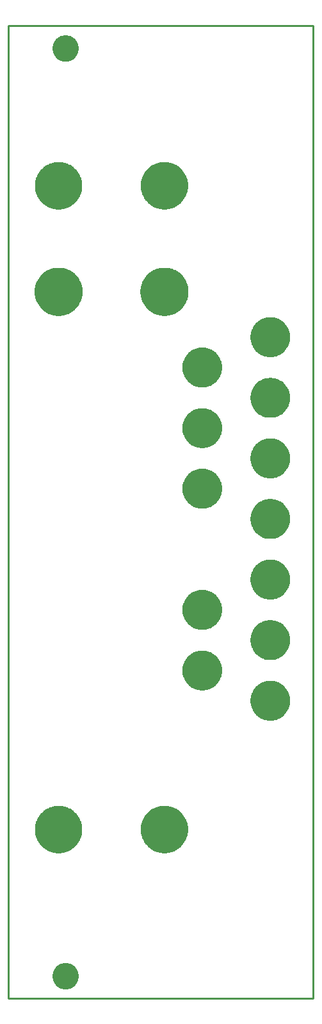
<source format=gbr>
G04 EAGLE Gerber RS-274X export*
G75*
%MOMM*%
%FSLAX34Y34*%
%LPD*%
%IN*%
%IPPOS*%
%AMOC8*
5,1,8,0,0,1.08239X$1,22.5*%
G01*
%ADD10C,3.200000*%
%ADD11C,6.000000*%
%ADD12C,6.100000*%
%ADD13C,5.000000*%
%ADD14C,0.254000*%


D10*
X75000Y1255000D03*
X75000Y30000D03*
D11*
X65683Y223772D03*
X205683Y223772D03*
X65683Y1073772D03*
X205683Y1073772D03*
D12*
X65683Y933772D03*
X205683Y933772D03*
D13*
X345683Y873772D03*
X255683Y833772D03*
X345683Y793772D03*
X255683Y753772D03*
X345683Y713772D03*
X255683Y673772D03*
X345683Y633772D03*
X345683Y553772D03*
X255683Y513772D03*
X345683Y473772D03*
X255683Y433772D03*
X345683Y393772D03*
D14*
X0Y0D02*
X403000Y0D01*
X403000Y1285000D01*
X0Y1285000D01*
X0Y0D01*
X91000Y1254476D02*
X91000Y1255524D01*
X90932Y1256569D01*
X90795Y1257608D01*
X90590Y1258635D01*
X90319Y1259647D01*
X89983Y1260639D01*
X89582Y1261607D01*
X89118Y1262546D01*
X88595Y1263454D01*
X88013Y1264325D01*
X87375Y1265156D01*
X86684Y1265943D01*
X85943Y1266684D01*
X85156Y1267375D01*
X84325Y1268013D01*
X83454Y1268595D01*
X82546Y1269118D01*
X81607Y1269582D01*
X80639Y1269983D01*
X79647Y1270319D01*
X78635Y1270590D01*
X77608Y1270795D01*
X76569Y1270932D01*
X75524Y1271000D01*
X74476Y1271000D01*
X73431Y1270932D01*
X72392Y1270795D01*
X71365Y1270590D01*
X70353Y1270319D01*
X69361Y1269983D01*
X68393Y1269582D01*
X67454Y1269118D01*
X66546Y1268595D01*
X65675Y1268013D01*
X64844Y1267375D01*
X64057Y1266684D01*
X63316Y1265943D01*
X62625Y1265156D01*
X61988Y1264325D01*
X61406Y1263454D01*
X60882Y1262546D01*
X60418Y1261607D01*
X60017Y1260639D01*
X59681Y1259647D01*
X59410Y1258635D01*
X59205Y1257608D01*
X59069Y1256569D01*
X59000Y1255524D01*
X59000Y1254476D01*
X59069Y1253431D01*
X59205Y1252392D01*
X59410Y1251365D01*
X59681Y1250353D01*
X60017Y1249361D01*
X60418Y1248393D01*
X60882Y1247454D01*
X61406Y1246546D01*
X61988Y1245675D01*
X62625Y1244844D01*
X63316Y1244057D01*
X64057Y1243316D01*
X64844Y1242625D01*
X65675Y1241988D01*
X66546Y1241406D01*
X67454Y1240882D01*
X68393Y1240418D01*
X69361Y1240017D01*
X70353Y1239681D01*
X71365Y1239410D01*
X72392Y1239205D01*
X73431Y1239069D01*
X74476Y1239000D01*
X75524Y1239000D01*
X76569Y1239069D01*
X77608Y1239205D01*
X78635Y1239410D01*
X79647Y1239681D01*
X80639Y1240017D01*
X81607Y1240418D01*
X82546Y1240882D01*
X83454Y1241406D01*
X84325Y1241988D01*
X85156Y1242625D01*
X85943Y1243316D01*
X86684Y1244057D01*
X87375Y1244844D01*
X88013Y1245675D01*
X88595Y1246546D01*
X89118Y1247454D01*
X89582Y1248393D01*
X89983Y1249361D01*
X90319Y1250353D01*
X90590Y1251365D01*
X90795Y1252392D01*
X90932Y1253431D01*
X91000Y1254476D01*
X91000Y29476D02*
X91000Y30524D01*
X90932Y31569D01*
X90795Y32608D01*
X90590Y33635D01*
X90319Y34647D01*
X89983Y35639D01*
X89582Y36607D01*
X89118Y37546D01*
X88595Y38454D01*
X88013Y39325D01*
X87375Y40156D01*
X86684Y40943D01*
X85943Y41684D01*
X85156Y42375D01*
X84325Y43013D01*
X83454Y43595D01*
X82546Y44118D01*
X81607Y44582D01*
X80639Y44983D01*
X79647Y45319D01*
X78635Y45590D01*
X77608Y45795D01*
X76569Y45932D01*
X75524Y46000D01*
X74476Y46000D01*
X73431Y45932D01*
X72392Y45795D01*
X71365Y45590D01*
X70353Y45319D01*
X69361Y44983D01*
X68393Y44582D01*
X67454Y44118D01*
X66546Y43595D01*
X65675Y43013D01*
X64844Y42375D01*
X64057Y41684D01*
X63316Y40943D01*
X62625Y40156D01*
X61988Y39325D01*
X61406Y38454D01*
X60882Y37546D01*
X60418Y36607D01*
X60017Y35639D01*
X59681Y34647D01*
X59410Y33635D01*
X59205Y32608D01*
X59069Y31569D01*
X59000Y30524D01*
X59000Y29476D01*
X59069Y28431D01*
X59205Y27392D01*
X59410Y26365D01*
X59681Y25353D01*
X60017Y24361D01*
X60418Y23393D01*
X60882Y22454D01*
X61406Y21546D01*
X61988Y20675D01*
X62625Y19844D01*
X63316Y19057D01*
X64057Y18316D01*
X64844Y17625D01*
X65675Y16988D01*
X66546Y16406D01*
X67454Y15882D01*
X68393Y15418D01*
X69361Y15017D01*
X70353Y14681D01*
X71365Y14410D01*
X72392Y14205D01*
X73431Y14069D01*
X74476Y14000D01*
X75524Y14000D01*
X76569Y14069D01*
X77608Y14205D01*
X78635Y14410D01*
X79647Y14681D01*
X80639Y15017D01*
X81607Y15418D01*
X82546Y15882D01*
X83454Y16406D01*
X84325Y16988D01*
X85156Y17625D01*
X85943Y18316D01*
X86684Y19057D01*
X87375Y19844D01*
X88013Y20675D01*
X88595Y21546D01*
X89118Y22454D01*
X89582Y23393D01*
X89983Y24361D01*
X90319Y25353D01*
X90590Y26365D01*
X90795Y27392D01*
X90932Y28431D01*
X91000Y29476D01*
X95683Y223036D02*
X95683Y224509D01*
X95610Y225980D01*
X95466Y227446D01*
X95250Y228903D01*
X94962Y230347D01*
X94605Y231776D01*
X94177Y233185D01*
X93681Y234572D01*
X93117Y235933D01*
X92487Y237265D01*
X91793Y238564D01*
X91036Y239827D01*
X90217Y241052D01*
X89340Y242235D01*
X88406Y243373D01*
X87416Y244465D01*
X86375Y245506D01*
X85284Y246495D01*
X84145Y247430D01*
X82962Y248307D01*
X81737Y249125D01*
X80474Y249883D01*
X79175Y250577D01*
X77843Y251207D01*
X76483Y251770D01*
X75096Y252267D01*
X73686Y252694D01*
X72258Y253052D01*
X70813Y253339D01*
X69356Y253556D01*
X67890Y253700D01*
X66419Y253772D01*
X64946Y253772D01*
X63475Y253700D01*
X62009Y253556D01*
X60552Y253339D01*
X59107Y253052D01*
X57679Y252694D01*
X56269Y252267D01*
X54882Y251770D01*
X53522Y251207D01*
X52190Y250577D01*
X50891Y249883D01*
X49628Y249125D01*
X48403Y248307D01*
X47220Y247430D01*
X46081Y246495D01*
X44990Y245506D01*
X43949Y244465D01*
X42959Y243373D01*
X42025Y242235D01*
X41148Y241052D01*
X40329Y239827D01*
X39572Y238564D01*
X38878Y237265D01*
X38248Y235933D01*
X37684Y234572D01*
X37188Y233185D01*
X36761Y231776D01*
X36403Y230347D01*
X36115Y228903D01*
X35899Y227446D01*
X35755Y225980D01*
X35683Y224509D01*
X35683Y223036D01*
X35755Y221565D01*
X35899Y220099D01*
X36115Y218642D01*
X36403Y217197D01*
X36761Y215768D01*
X37188Y214359D01*
X37684Y212972D01*
X38248Y211611D01*
X38878Y210280D01*
X39572Y208981D01*
X40329Y207717D01*
X41148Y206493D01*
X42025Y205310D01*
X42959Y204171D01*
X43949Y203080D01*
X44990Y202038D01*
X46081Y201049D01*
X47220Y200115D01*
X48403Y199237D01*
X49628Y198419D01*
X50891Y197662D01*
X52190Y196967D01*
X53522Y196338D01*
X54882Y195774D01*
X56269Y195278D01*
X57679Y194850D01*
X59107Y194492D01*
X60552Y194205D01*
X62009Y193989D01*
X63475Y193844D01*
X64946Y193772D01*
X66419Y193772D01*
X67890Y193844D01*
X69356Y193989D01*
X70813Y194205D01*
X72258Y194492D01*
X73686Y194850D01*
X75096Y195278D01*
X76483Y195774D01*
X77843Y196338D01*
X79175Y196967D01*
X80474Y197662D01*
X81737Y198419D01*
X82962Y199237D01*
X84145Y200115D01*
X85284Y201049D01*
X86375Y202038D01*
X87416Y203080D01*
X88406Y204171D01*
X89340Y205310D01*
X90217Y206493D01*
X91036Y207717D01*
X91793Y208981D01*
X92487Y210280D01*
X93117Y211611D01*
X93681Y212972D01*
X94177Y214359D01*
X94605Y215768D01*
X94962Y217197D01*
X95250Y218642D01*
X95466Y220099D01*
X95610Y221565D01*
X95683Y223036D01*
X235683Y223036D02*
X235683Y224509D01*
X235610Y225980D01*
X235466Y227446D01*
X235250Y228903D01*
X234962Y230347D01*
X234605Y231776D01*
X234177Y233185D01*
X233681Y234572D01*
X233117Y235933D01*
X232487Y237265D01*
X231793Y238564D01*
X231036Y239827D01*
X230217Y241052D01*
X229340Y242235D01*
X228406Y243373D01*
X227416Y244465D01*
X226375Y245506D01*
X225284Y246495D01*
X224145Y247430D01*
X222962Y248307D01*
X221737Y249125D01*
X220474Y249883D01*
X219175Y250577D01*
X217843Y251207D01*
X216483Y251770D01*
X215096Y252267D01*
X213686Y252694D01*
X212258Y253052D01*
X210813Y253339D01*
X209356Y253556D01*
X207890Y253700D01*
X206419Y253772D01*
X204946Y253772D01*
X203475Y253700D01*
X202009Y253556D01*
X200552Y253339D01*
X199107Y253052D01*
X197679Y252694D01*
X196269Y252267D01*
X194882Y251770D01*
X193522Y251207D01*
X192190Y250577D01*
X190891Y249883D01*
X189628Y249125D01*
X188403Y248307D01*
X187220Y247430D01*
X186081Y246495D01*
X184990Y245506D01*
X183949Y244465D01*
X182959Y243373D01*
X182025Y242235D01*
X181148Y241052D01*
X180329Y239827D01*
X179572Y238564D01*
X178878Y237265D01*
X178248Y235933D01*
X177684Y234572D01*
X177188Y233185D01*
X176761Y231776D01*
X176403Y230347D01*
X176115Y228903D01*
X175899Y227446D01*
X175755Y225980D01*
X175683Y224509D01*
X175683Y223036D01*
X175755Y221565D01*
X175899Y220099D01*
X176115Y218642D01*
X176403Y217197D01*
X176761Y215768D01*
X177188Y214359D01*
X177684Y212972D01*
X178248Y211611D01*
X178878Y210280D01*
X179572Y208981D01*
X180329Y207717D01*
X181148Y206493D01*
X182025Y205310D01*
X182959Y204171D01*
X183949Y203080D01*
X184990Y202038D01*
X186081Y201049D01*
X187220Y200115D01*
X188403Y199237D01*
X189628Y198419D01*
X190891Y197662D01*
X192190Y196967D01*
X193522Y196338D01*
X194882Y195774D01*
X196269Y195278D01*
X197679Y194850D01*
X199107Y194492D01*
X200552Y194205D01*
X202009Y193989D01*
X203475Y193844D01*
X204946Y193772D01*
X206419Y193772D01*
X207890Y193844D01*
X209356Y193989D01*
X210813Y194205D01*
X212258Y194492D01*
X213686Y194850D01*
X215096Y195278D01*
X216483Y195774D01*
X217843Y196338D01*
X219175Y196967D01*
X220474Y197662D01*
X221737Y198419D01*
X222962Y199237D01*
X224145Y200115D01*
X225284Y201049D01*
X226375Y202038D01*
X227416Y203080D01*
X228406Y204171D01*
X229340Y205310D01*
X230217Y206493D01*
X231036Y207717D01*
X231793Y208981D01*
X232487Y210280D01*
X233117Y211611D01*
X233681Y212972D01*
X234177Y214359D01*
X234605Y215768D01*
X234962Y217197D01*
X235250Y218642D01*
X235466Y220099D01*
X235610Y221565D01*
X235683Y223036D01*
X95683Y1073036D02*
X95683Y1074509D01*
X95610Y1075980D01*
X95466Y1077446D01*
X95250Y1078903D01*
X94962Y1080347D01*
X94605Y1081776D01*
X94177Y1083185D01*
X93681Y1084572D01*
X93117Y1085933D01*
X92487Y1087265D01*
X91793Y1088564D01*
X91036Y1089827D01*
X90217Y1091052D01*
X89340Y1092235D01*
X88406Y1093373D01*
X87416Y1094465D01*
X86375Y1095506D01*
X85284Y1096495D01*
X84145Y1097430D01*
X82962Y1098307D01*
X81737Y1099125D01*
X80474Y1099883D01*
X79175Y1100577D01*
X77843Y1101207D01*
X76483Y1101770D01*
X75096Y1102267D01*
X73686Y1102694D01*
X72258Y1103052D01*
X70813Y1103339D01*
X69356Y1103556D01*
X67890Y1103700D01*
X66419Y1103772D01*
X64946Y1103772D01*
X63475Y1103700D01*
X62009Y1103556D01*
X60552Y1103339D01*
X59107Y1103052D01*
X57679Y1102694D01*
X56269Y1102267D01*
X54882Y1101770D01*
X53522Y1101207D01*
X52190Y1100577D01*
X50891Y1099883D01*
X49628Y1099125D01*
X48403Y1098307D01*
X47220Y1097430D01*
X46081Y1096495D01*
X44990Y1095506D01*
X43949Y1094465D01*
X42959Y1093373D01*
X42025Y1092235D01*
X41148Y1091052D01*
X40329Y1089827D01*
X39572Y1088564D01*
X38878Y1087265D01*
X38248Y1085933D01*
X37684Y1084572D01*
X37188Y1083185D01*
X36761Y1081776D01*
X36403Y1080347D01*
X36115Y1078903D01*
X35899Y1077446D01*
X35755Y1075980D01*
X35683Y1074509D01*
X35683Y1073036D01*
X35755Y1071565D01*
X35899Y1070099D01*
X36115Y1068642D01*
X36403Y1067197D01*
X36761Y1065768D01*
X37188Y1064359D01*
X37684Y1062972D01*
X38248Y1061611D01*
X38878Y1060280D01*
X39572Y1058981D01*
X40329Y1057717D01*
X41148Y1056493D01*
X42025Y1055310D01*
X42959Y1054171D01*
X43949Y1053080D01*
X44990Y1052038D01*
X46081Y1051049D01*
X47220Y1050115D01*
X48403Y1049237D01*
X49628Y1048419D01*
X50891Y1047662D01*
X52190Y1046967D01*
X53522Y1046338D01*
X54882Y1045774D01*
X56269Y1045278D01*
X57679Y1044850D01*
X59107Y1044492D01*
X60552Y1044205D01*
X62009Y1043989D01*
X63475Y1043844D01*
X64946Y1043772D01*
X66419Y1043772D01*
X67890Y1043844D01*
X69356Y1043989D01*
X70813Y1044205D01*
X72258Y1044492D01*
X73686Y1044850D01*
X75096Y1045278D01*
X76483Y1045774D01*
X77843Y1046338D01*
X79175Y1046967D01*
X80474Y1047662D01*
X81737Y1048419D01*
X82962Y1049237D01*
X84145Y1050115D01*
X85284Y1051049D01*
X86375Y1052038D01*
X87416Y1053080D01*
X88406Y1054171D01*
X89340Y1055310D01*
X90217Y1056493D01*
X91036Y1057717D01*
X91793Y1058981D01*
X92487Y1060280D01*
X93117Y1061611D01*
X93681Y1062972D01*
X94177Y1064359D01*
X94605Y1065768D01*
X94962Y1067197D01*
X95250Y1068642D01*
X95466Y1070099D01*
X95610Y1071565D01*
X95683Y1073036D01*
X235683Y1073036D02*
X235683Y1074509D01*
X235610Y1075980D01*
X235466Y1077446D01*
X235250Y1078903D01*
X234962Y1080347D01*
X234605Y1081776D01*
X234177Y1083185D01*
X233681Y1084572D01*
X233117Y1085933D01*
X232487Y1087265D01*
X231793Y1088564D01*
X231036Y1089827D01*
X230217Y1091052D01*
X229340Y1092235D01*
X228406Y1093373D01*
X227416Y1094465D01*
X226375Y1095506D01*
X225284Y1096495D01*
X224145Y1097430D01*
X222962Y1098307D01*
X221737Y1099125D01*
X220474Y1099883D01*
X219175Y1100577D01*
X217843Y1101207D01*
X216483Y1101770D01*
X215096Y1102267D01*
X213686Y1102694D01*
X212258Y1103052D01*
X210813Y1103339D01*
X209356Y1103556D01*
X207890Y1103700D01*
X206419Y1103772D01*
X204946Y1103772D01*
X203475Y1103700D01*
X202009Y1103556D01*
X200552Y1103339D01*
X199107Y1103052D01*
X197679Y1102694D01*
X196269Y1102267D01*
X194882Y1101770D01*
X193522Y1101207D01*
X192190Y1100577D01*
X190891Y1099883D01*
X189628Y1099125D01*
X188403Y1098307D01*
X187220Y1097430D01*
X186081Y1096495D01*
X184990Y1095506D01*
X183949Y1094465D01*
X182959Y1093373D01*
X182025Y1092235D01*
X181148Y1091052D01*
X180329Y1089827D01*
X179572Y1088564D01*
X178878Y1087265D01*
X178248Y1085933D01*
X177684Y1084572D01*
X177188Y1083185D01*
X176761Y1081776D01*
X176403Y1080347D01*
X176115Y1078903D01*
X175899Y1077446D01*
X175755Y1075980D01*
X175683Y1074509D01*
X175683Y1073036D01*
X175755Y1071565D01*
X175899Y1070099D01*
X176115Y1068642D01*
X176403Y1067197D01*
X176761Y1065768D01*
X177188Y1064359D01*
X177684Y1062972D01*
X178248Y1061611D01*
X178878Y1060280D01*
X179572Y1058981D01*
X180329Y1057717D01*
X181148Y1056493D01*
X182025Y1055310D01*
X182959Y1054171D01*
X183949Y1053080D01*
X184990Y1052038D01*
X186081Y1051049D01*
X187220Y1050115D01*
X188403Y1049237D01*
X189628Y1048419D01*
X190891Y1047662D01*
X192190Y1046967D01*
X193522Y1046338D01*
X194882Y1045774D01*
X196269Y1045278D01*
X197679Y1044850D01*
X199107Y1044492D01*
X200552Y1044205D01*
X202009Y1043989D01*
X203475Y1043844D01*
X204946Y1043772D01*
X206419Y1043772D01*
X207890Y1043844D01*
X209356Y1043989D01*
X210813Y1044205D01*
X212258Y1044492D01*
X213686Y1044850D01*
X215096Y1045278D01*
X216483Y1045774D01*
X217843Y1046338D01*
X219175Y1046967D01*
X220474Y1047662D01*
X221737Y1048419D01*
X222962Y1049237D01*
X224145Y1050115D01*
X225284Y1051049D01*
X226375Y1052038D01*
X227416Y1053080D01*
X228406Y1054171D01*
X229340Y1055310D01*
X230217Y1056493D01*
X231036Y1057717D01*
X231793Y1058981D01*
X232487Y1060280D01*
X233117Y1061611D01*
X233681Y1062972D01*
X234177Y1064359D01*
X234605Y1065768D01*
X234962Y1067197D01*
X235250Y1068642D01*
X235466Y1070099D01*
X235610Y1071565D01*
X235683Y1073036D01*
X96183Y933023D02*
X96183Y934521D01*
X96109Y936017D01*
X95962Y937507D01*
X95743Y938988D01*
X95450Y940457D01*
X95087Y941909D01*
X94652Y943342D01*
X94147Y944752D01*
X93574Y946136D01*
X92934Y947489D01*
X92228Y948810D01*
X91458Y950095D01*
X90626Y951340D01*
X89734Y952542D01*
X88784Y953700D01*
X87779Y954810D01*
X86720Y955868D01*
X85610Y956874D01*
X84453Y957824D01*
X83250Y958716D01*
X82005Y959548D01*
X80720Y960318D01*
X79400Y961024D01*
X78046Y961664D01*
X76663Y962237D01*
X75253Y962742D01*
X73820Y963176D01*
X72367Y963540D01*
X70898Y963832D01*
X69417Y964052D01*
X67927Y964199D01*
X66431Y964272D01*
X64934Y964272D01*
X63438Y964199D01*
X61948Y964052D01*
X60467Y963832D01*
X58998Y963540D01*
X57545Y963176D01*
X56112Y962742D01*
X54702Y962237D01*
X53319Y961664D01*
X51965Y961024D01*
X50645Y960318D01*
X49360Y959548D01*
X48115Y958716D01*
X46912Y957824D01*
X45755Y956874D01*
X44645Y955868D01*
X43586Y954810D01*
X42581Y953700D01*
X41631Y952542D01*
X40739Y951340D01*
X39907Y950095D01*
X39137Y948810D01*
X38431Y947489D01*
X37791Y946136D01*
X37218Y944752D01*
X36713Y943342D01*
X36278Y941909D01*
X35915Y940457D01*
X35622Y938988D01*
X35403Y937507D01*
X35256Y936017D01*
X35183Y934521D01*
X35183Y933023D01*
X35256Y931528D01*
X35403Y930038D01*
X35622Y928556D01*
X35915Y927088D01*
X36278Y925635D01*
X36713Y924202D01*
X37218Y922792D01*
X37791Y921409D01*
X38431Y920055D01*
X39137Y918734D01*
X39907Y917450D01*
X40739Y916205D01*
X41631Y915002D01*
X42581Y913844D01*
X43586Y912735D01*
X44645Y911676D01*
X45755Y910670D01*
X46912Y909720D01*
X48115Y908828D01*
X49360Y907996D01*
X50645Y907227D01*
X51965Y906521D01*
X53319Y905880D01*
X54702Y905307D01*
X56112Y904803D01*
X57545Y904368D01*
X58998Y904004D01*
X60467Y903712D01*
X61948Y903492D01*
X63438Y903346D01*
X64934Y903272D01*
X66431Y903272D01*
X67927Y903346D01*
X69417Y903492D01*
X70898Y903712D01*
X72367Y904004D01*
X73820Y904368D01*
X75253Y904803D01*
X76663Y905307D01*
X78046Y905880D01*
X79400Y906521D01*
X80720Y907227D01*
X82005Y907996D01*
X83250Y908828D01*
X84453Y909720D01*
X85610Y910670D01*
X86720Y911676D01*
X87779Y912735D01*
X88784Y913844D01*
X89734Y915002D01*
X90626Y916205D01*
X91458Y917450D01*
X92228Y918734D01*
X92934Y920055D01*
X93574Y921409D01*
X94147Y922792D01*
X94652Y924202D01*
X95087Y925635D01*
X95450Y927088D01*
X95743Y928556D01*
X95962Y930038D01*
X96109Y931528D01*
X96183Y933023D01*
X236183Y933023D02*
X236183Y934521D01*
X236109Y936017D01*
X235962Y937507D01*
X235743Y938988D01*
X235450Y940457D01*
X235087Y941909D01*
X234652Y943342D01*
X234147Y944752D01*
X233574Y946136D01*
X232934Y947489D01*
X232228Y948810D01*
X231458Y950095D01*
X230626Y951340D01*
X229734Y952542D01*
X228784Y953700D01*
X227779Y954810D01*
X226720Y955868D01*
X225610Y956874D01*
X224453Y957824D01*
X223250Y958716D01*
X222005Y959548D01*
X220720Y960318D01*
X219400Y961024D01*
X218046Y961664D01*
X216663Y962237D01*
X215253Y962742D01*
X213820Y963176D01*
X212367Y963540D01*
X210898Y963832D01*
X209417Y964052D01*
X207927Y964199D01*
X206431Y964272D01*
X204934Y964272D01*
X203438Y964199D01*
X201948Y964052D01*
X200467Y963832D01*
X198998Y963540D01*
X197545Y963176D01*
X196112Y962742D01*
X194702Y962237D01*
X193319Y961664D01*
X191965Y961024D01*
X190645Y960318D01*
X189360Y959548D01*
X188115Y958716D01*
X186912Y957824D01*
X185755Y956874D01*
X184645Y955868D01*
X183586Y954810D01*
X182581Y953700D01*
X181631Y952542D01*
X180739Y951340D01*
X179907Y950095D01*
X179137Y948810D01*
X178431Y947489D01*
X177791Y946136D01*
X177218Y944752D01*
X176713Y943342D01*
X176278Y941909D01*
X175915Y940457D01*
X175622Y938988D01*
X175403Y937507D01*
X175256Y936017D01*
X175183Y934521D01*
X175183Y933023D01*
X175256Y931528D01*
X175403Y930038D01*
X175622Y928556D01*
X175915Y927088D01*
X176278Y925635D01*
X176713Y924202D01*
X177218Y922792D01*
X177791Y921409D01*
X178431Y920055D01*
X179137Y918734D01*
X179907Y917450D01*
X180739Y916205D01*
X181631Y915002D01*
X182581Y913844D01*
X183586Y912735D01*
X184645Y911676D01*
X185755Y910670D01*
X186912Y909720D01*
X188115Y908828D01*
X189360Y907996D01*
X190645Y907227D01*
X191965Y906521D01*
X193319Y905880D01*
X194702Y905307D01*
X196112Y904803D01*
X197545Y904368D01*
X198998Y904004D01*
X200467Y903712D01*
X201948Y903492D01*
X203438Y903346D01*
X204934Y903272D01*
X206431Y903272D01*
X207927Y903346D01*
X209417Y903492D01*
X210898Y903712D01*
X212367Y904004D01*
X213820Y904368D01*
X215253Y904803D01*
X216663Y905307D01*
X218046Y905880D01*
X219400Y906521D01*
X220720Y907227D01*
X222005Y907996D01*
X223250Y908828D01*
X224453Y909720D01*
X225610Y910670D01*
X226720Y911676D01*
X227779Y912735D01*
X228784Y913844D01*
X229734Y915002D01*
X230626Y916205D01*
X231458Y917450D01*
X232228Y918734D01*
X232934Y920055D01*
X233574Y921409D01*
X234147Y922792D01*
X234652Y924202D01*
X235087Y925635D01*
X235450Y927088D01*
X235743Y928556D01*
X235962Y930038D01*
X236109Y931528D01*
X236183Y933023D01*
X370683Y873071D02*
X370683Y874474D01*
X370604Y875874D01*
X370447Y877268D01*
X370212Y878651D01*
X369900Y880019D01*
X369511Y881367D01*
X369048Y882691D01*
X368511Y883987D01*
X367902Y885251D01*
X367224Y886479D01*
X366477Y887667D01*
X365666Y888811D01*
X364791Y889908D01*
X363856Y890954D01*
X362864Y891946D01*
X361818Y892881D01*
X360721Y893755D01*
X359577Y894567D01*
X358389Y895313D01*
X357162Y895992D01*
X355898Y896601D01*
X354602Y897138D01*
X353277Y897601D01*
X351929Y897989D01*
X350562Y898301D01*
X349179Y898536D01*
X347785Y898694D01*
X346384Y898772D01*
X344981Y898772D01*
X343580Y898694D01*
X342186Y898536D01*
X340803Y898301D01*
X339436Y897989D01*
X338088Y897601D01*
X336763Y897138D01*
X335467Y896601D01*
X334203Y895992D01*
X332976Y895313D01*
X331788Y894567D01*
X330644Y893755D01*
X329547Y892881D01*
X328501Y891946D01*
X327509Y890954D01*
X326574Y889908D01*
X325699Y888811D01*
X324888Y887667D01*
X324141Y886479D01*
X323463Y885251D01*
X322854Y883987D01*
X322317Y882691D01*
X321854Y881367D01*
X321465Y880019D01*
X321153Y878651D01*
X320918Y877268D01*
X320761Y875874D01*
X320683Y874474D01*
X320683Y873071D01*
X320761Y871670D01*
X320918Y870276D01*
X321153Y868893D01*
X321465Y867525D01*
X321854Y866177D01*
X322317Y864853D01*
X322854Y863557D01*
X323463Y862293D01*
X324141Y861065D01*
X324888Y859877D01*
X325699Y858733D01*
X326574Y857637D01*
X327509Y856591D01*
X328501Y855599D01*
X329547Y854664D01*
X330644Y853789D01*
X331788Y852977D01*
X332976Y852231D01*
X334203Y851552D01*
X335467Y850944D01*
X336763Y850407D01*
X338088Y849943D01*
X339436Y849555D01*
X340803Y849243D01*
X342186Y849008D01*
X343580Y848851D01*
X344981Y848772D01*
X346384Y848772D01*
X347785Y848851D01*
X349179Y849008D01*
X350562Y849243D01*
X351929Y849555D01*
X353277Y849943D01*
X354602Y850407D01*
X355898Y850944D01*
X357162Y851552D01*
X358389Y852231D01*
X359577Y852977D01*
X360721Y853789D01*
X361818Y854664D01*
X362864Y855599D01*
X363856Y856591D01*
X364791Y857637D01*
X365666Y858733D01*
X366477Y859877D01*
X367224Y861065D01*
X367902Y862293D01*
X368511Y863557D01*
X369048Y864853D01*
X369511Y866177D01*
X369900Y867525D01*
X370212Y868893D01*
X370447Y870276D01*
X370604Y871670D01*
X370683Y873071D01*
X280683Y833071D02*
X280683Y834474D01*
X280604Y835874D01*
X280447Y837268D01*
X280212Y838651D01*
X279900Y840019D01*
X279511Y841367D01*
X279048Y842691D01*
X278511Y843987D01*
X277902Y845251D01*
X277224Y846479D01*
X276477Y847667D01*
X275666Y848811D01*
X274791Y849908D01*
X273856Y850954D01*
X272864Y851946D01*
X271818Y852881D01*
X270721Y853755D01*
X269577Y854567D01*
X268389Y855313D01*
X267162Y855992D01*
X265898Y856601D01*
X264602Y857138D01*
X263277Y857601D01*
X261929Y857989D01*
X260562Y858301D01*
X259179Y858536D01*
X257785Y858694D01*
X256384Y858772D01*
X254981Y858772D01*
X253580Y858694D01*
X252186Y858536D01*
X250803Y858301D01*
X249436Y857989D01*
X248088Y857601D01*
X246763Y857138D01*
X245467Y856601D01*
X244203Y855992D01*
X242976Y855313D01*
X241788Y854567D01*
X240644Y853755D01*
X239547Y852881D01*
X238501Y851946D01*
X237509Y850954D01*
X236574Y849908D01*
X235699Y848811D01*
X234888Y847667D01*
X234141Y846479D01*
X233463Y845251D01*
X232854Y843987D01*
X232317Y842691D01*
X231854Y841367D01*
X231465Y840019D01*
X231153Y838651D01*
X230918Y837268D01*
X230761Y835874D01*
X230683Y834474D01*
X230683Y833071D01*
X230761Y831670D01*
X230918Y830276D01*
X231153Y828893D01*
X231465Y827525D01*
X231854Y826177D01*
X232317Y824853D01*
X232854Y823557D01*
X233463Y822293D01*
X234141Y821065D01*
X234888Y819877D01*
X235699Y818733D01*
X236574Y817637D01*
X237509Y816591D01*
X238501Y815599D01*
X239547Y814664D01*
X240644Y813789D01*
X241788Y812977D01*
X242976Y812231D01*
X244203Y811552D01*
X245467Y810944D01*
X246763Y810407D01*
X248088Y809943D01*
X249436Y809555D01*
X250803Y809243D01*
X252186Y809008D01*
X253580Y808851D01*
X254981Y808772D01*
X256384Y808772D01*
X257785Y808851D01*
X259179Y809008D01*
X260562Y809243D01*
X261929Y809555D01*
X263277Y809943D01*
X264602Y810407D01*
X265898Y810944D01*
X267162Y811552D01*
X268389Y812231D01*
X269577Y812977D01*
X270721Y813789D01*
X271818Y814664D01*
X272864Y815599D01*
X273856Y816591D01*
X274791Y817637D01*
X275666Y818733D01*
X276477Y819877D01*
X277224Y821065D01*
X277902Y822293D01*
X278511Y823557D01*
X279048Y824853D01*
X279511Y826177D01*
X279900Y827525D01*
X280212Y828893D01*
X280447Y830276D01*
X280604Y831670D01*
X280683Y833071D01*
X370683Y793071D02*
X370683Y794474D01*
X370604Y795874D01*
X370447Y797268D01*
X370212Y798651D01*
X369900Y800019D01*
X369511Y801367D01*
X369048Y802691D01*
X368511Y803987D01*
X367902Y805251D01*
X367224Y806479D01*
X366477Y807667D01*
X365666Y808811D01*
X364791Y809908D01*
X363856Y810954D01*
X362864Y811946D01*
X361818Y812881D01*
X360721Y813755D01*
X359577Y814567D01*
X358389Y815313D01*
X357162Y815992D01*
X355898Y816601D01*
X354602Y817138D01*
X353277Y817601D01*
X351929Y817989D01*
X350562Y818301D01*
X349179Y818536D01*
X347785Y818694D01*
X346384Y818772D01*
X344981Y818772D01*
X343580Y818694D01*
X342186Y818536D01*
X340803Y818301D01*
X339436Y817989D01*
X338088Y817601D01*
X336763Y817138D01*
X335467Y816601D01*
X334203Y815992D01*
X332976Y815313D01*
X331788Y814567D01*
X330644Y813755D01*
X329547Y812881D01*
X328501Y811946D01*
X327509Y810954D01*
X326574Y809908D01*
X325699Y808811D01*
X324888Y807667D01*
X324141Y806479D01*
X323463Y805251D01*
X322854Y803987D01*
X322317Y802691D01*
X321854Y801367D01*
X321465Y800019D01*
X321153Y798651D01*
X320918Y797268D01*
X320761Y795874D01*
X320683Y794474D01*
X320683Y793071D01*
X320761Y791670D01*
X320918Y790276D01*
X321153Y788893D01*
X321465Y787525D01*
X321854Y786177D01*
X322317Y784853D01*
X322854Y783557D01*
X323463Y782293D01*
X324141Y781065D01*
X324888Y779877D01*
X325699Y778733D01*
X326574Y777637D01*
X327509Y776591D01*
X328501Y775599D01*
X329547Y774664D01*
X330644Y773789D01*
X331788Y772977D01*
X332976Y772231D01*
X334203Y771552D01*
X335467Y770944D01*
X336763Y770407D01*
X338088Y769943D01*
X339436Y769555D01*
X340803Y769243D01*
X342186Y769008D01*
X343580Y768851D01*
X344981Y768772D01*
X346384Y768772D01*
X347785Y768851D01*
X349179Y769008D01*
X350562Y769243D01*
X351929Y769555D01*
X353277Y769943D01*
X354602Y770407D01*
X355898Y770944D01*
X357162Y771552D01*
X358389Y772231D01*
X359577Y772977D01*
X360721Y773789D01*
X361818Y774664D01*
X362864Y775599D01*
X363856Y776591D01*
X364791Y777637D01*
X365666Y778733D01*
X366477Y779877D01*
X367224Y781065D01*
X367902Y782293D01*
X368511Y783557D01*
X369048Y784853D01*
X369511Y786177D01*
X369900Y787525D01*
X370212Y788893D01*
X370447Y790276D01*
X370604Y791670D01*
X370683Y793071D01*
X280683Y753071D02*
X280683Y754474D01*
X280604Y755874D01*
X280447Y757268D01*
X280212Y758651D01*
X279900Y760019D01*
X279511Y761367D01*
X279048Y762691D01*
X278511Y763987D01*
X277902Y765251D01*
X277224Y766479D01*
X276477Y767667D01*
X275666Y768811D01*
X274791Y769908D01*
X273856Y770954D01*
X272864Y771946D01*
X271818Y772881D01*
X270721Y773755D01*
X269577Y774567D01*
X268389Y775313D01*
X267162Y775992D01*
X265898Y776601D01*
X264602Y777138D01*
X263277Y777601D01*
X261929Y777989D01*
X260562Y778301D01*
X259179Y778536D01*
X257785Y778694D01*
X256384Y778772D01*
X254981Y778772D01*
X253580Y778694D01*
X252186Y778536D01*
X250803Y778301D01*
X249436Y777989D01*
X248088Y777601D01*
X246763Y777138D01*
X245467Y776601D01*
X244203Y775992D01*
X242976Y775313D01*
X241788Y774567D01*
X240644Y773755D01*
X239547Y772881D01*
X238501Y771946D01*
X237509Y770954D01*
X236574Y769908D01*
X235699Y768811D01*
X234888Y767667D01*
X234141Y766479D01*
X233463Y765251D01*
X232854Y763987D01*
X232317Y762691D01*
X231854Y761367D01*
X231465Y760019D01*
X231153Y758651D01*
X230918Y757268D01*
X230761Y755874D01*
X230683Y754474D01*
X230683Y753071D01*
X230761Y751670D01*
X230918Y750276D01*
X231153Y748893D01*
X231465Y747525D01*
X231854Y746177D01*
X232317Y744853D01*
X232854Y743557D01*
X233463Y742293D01*
X234141Y741065D01*
X234888Y739877D01*
X235699Y738733D01*
X236574Y737637D01*
X237509Y736591D01*
X238501Y735599D01*
X239547Y734664D01*
X240644Y733789D01*
X241788Y732977D01*
X242976Y732231D01*
X244203Y731552D01*
X245467Y730944D01*
X246763Y730407D01*
X248088Y729943D01*
X249436Y729555D01*
X250803Y729243D01*
X252186Y729008D01*
X253580Y728851D01*
X254981Y728772D01*
X256384Y728772D01*
X257785Y728851D01*
X259179Y729008D01*
X260562Y729243D01*
X261929Y729555D01*
X263277Y729943D01*
X264602Y730407D01*
X265898Y730944D01*
X267162Y731552D01*
X268389Y732231D01*
X269577Y732977D01*
X270721Y733789D01*
X271818Y734664D01*
X272864Y735599D01*
X273856Y736591D01*
X274791Y737637D01*
X275666Y738733D01*
X276477Y739877D01*
X277224Y741065D01*
X277902Y742293D01*
X278511Y743557D01*
X279048Y744853D01*
X279511Y746177D01*
X279900Y747525D01*
X280212Y748893D01*
X280447Y750276D01*
X280604Y751670D01*
X280683Y753071D01*
X370683Y713071D02*
X370683Y714474D01*
X370604Y715874D01*
X370447Y717268D01*
X370212Y718651D01*
X369900Y720019D01*
X369511Y721367D01*
X369048Y722691D01*
X368511Y723987D01*
X367902Y725251D01*
X367224Y726479D01*
X366477Y727667D01*
X365666Y728811D01*
X364791Y729908D01*
X363856Y730954D01*
X362864Y731946D01*
X361818Y732881D01*
X360721Y733755D01*
X359577Y734567D01*
X358389Y735313D01*
X357162Y735992D01*
X355898Y736601D01*
X354602Y737138D01*
X353277Y737601D01*
X351929Y737989D01*
X350562Y738301D01*
X349179Y738536D01*
X347785Y738694D01*
X346384Y738772D01*
X344981Y738772D01*
X343580Y738694D01*
X342186Y738536D01*
X340803Y738301D01*
X339436Y737989D01*
X338088Y737601D01*
X336763Y737138D01*
X335467Y736601D01*
X334203Y735992D01*
X332976Y735313D01*
X331788Y734567D01*
X330644Y733755D01*
X329547Y732881D01*
X328501Y731946D01*
X327509Y730954D01*
X326574Y729908D01*
X325699Y728811D01*
X324888Y727667D01*
X324141Y726479D01*
X323463Y725251D01*
X322854Y723987D01*
X322317Y722691D01*
X321854Y721367D01*
X321465Y720019D01*
X321153Y718651D01*
X320918Y717268D01*
X320761Y715874D01*
X320683Y714474D01*
X320683Y713071D01*
X320761Y711670D01*
X320918Y710276D01*
X321153Y708893D01*
X321465Y707525D01*
X321854Y706177D01*
X322317Y704853D01*
X322854Y703557D01*
X323463Y702293D01*
X324141Y701065D01*
X324888Y699877D01*
X325699Y698733D01*
X326574Y697637D01*
X327509Y696591D01*
X328501Y695599D01*
X329547Y694664D01*
X330644Y693789D01*
X331788Y692977D01*
X332976Y692231D01*
X334203Y691552D01*
X335467Y690944D01*
X336763Y690407D01*
X338088Y689943D01*
X339436Y689555D01*
X340803Y689243D01*
X342186Y689008D01*
X343580Y688851D01*
X344981Y688772D01*
X346384Y688772D01*
X347785Y688851D01*
X349179Y689008D01*
X350562Y689243D01*
X351929Y689555D01*
X353277Y689943D01*
X354602Y690407D01*
X355898Y690944D01*
X357162Y691552D01*
X358389Y692231D01*
X359577Y692977D01*
X360721Y693789D01*
X361818Y694664D01*
X362864Y695599D01*
X363856Y696591D01*
X364791Y697637D01*
X365666Y698733D01*
X366477Y699877D01*
X367224Y701065D01*
X367902Y702293D01*
X368511Y703557D01*
X369048Y704853D01*
X369511Y706177D01*
X369900Y707525D01*
X370212Y708893D01*
X370447Y710276D01*
X370604Y711670D01*
X370683Y713071D01*
X280683Y673071D02*
X280683Y674474D01*
X280604Y675874D01*
X280447Y677268D01*
X280212Y678651D01*
X279900Y680019D01*
X279511Y681367D01*
X279048Y682691D01*
X278511Y683987D01*
X277902Y685251D01*
X277224Y686479D01*
X276477Y687667D01*
X275666Y688811D01*
X274791Y689908D01*
X273856Y690954D01*
X272864Y691946D01*
X271818Y692881D01*
X270721Y693755D01*
X269577Y694567D01*
X268389Y695313D01*
X267162Y695992D01*
X265898Y696601D01*
X264602Y697138D01*
X263277Y697601D01*
X261929Y697989D01*
X260562Y698301D01*
X259179Y698536D01*
X257785Y698694D01*
X256384Y698772D01*
X254981Y698772D01*
X253580Y698694D01*
X252186Y698536D01*
X250803Y698301D01*
X249436Y697989D01*
X248088Y697601D01*
X246763Y697138D01*
X245467Y696601D01*
X244203Y695992D01*
X242976Y695313D01*
X241788Y694567D01*
X240644Y693755D01*
X239547Y692881D01*
X238501Y691946D01*
X237509Y690954D01*
X236574Y689908D01*
X235699Y688811D01*
X234888Y687667D01*
X234141Y686479D01*
X233463Y685251D01*
X232854Y683987D01*
X232317Y682691D01*
X231854Y681367D01*
X231465Y680019D01*
X231153Y678651D01*
X230918Y677268D01*
X230761Y675874D01*
X230683Y674474D01*
X230683Y673071D01*
X230761Y671670D01*
X230918Y670276D01*
X231153Y668893D01*
X231465Y667525D01*
X231854Y666177D01*
X232317Y664853D01*
X232854Y663557D01*
X233463Y662293D01*
X234141Y661065D01*
X234888Y659877D01*
X235699Y658733D01*
X236574Y657637D01*
X237509Y656591D01*
X238501Y655599D01*
X239547Y654664D01*
X240644Y653789D01*
X241788Y652977D01*
X242976Y652231D01*
X244203Y651552D01*
X245467Y650944D01*
X246763Y650407D01*
X248088Y649943D01*
X249436Y649555D01*
X250803Y649243D01*
X252186Y649008D01*
X253580Y648851D01*
X254981Y648772D01*
X256384Y648772D01*
X257785Y648851D01*
X259179Y649008D01*
X260562Y649243D01*
X261929Y649555D01*
X263277Y649943D01*
X264602Y650407D01*
X265898Y650944D01*
X267162Y651552D01*
X268389Y652231D01*
X269577Y652977D01*
X270721Y653789D01*
X271818Y654664D01*
X272864Y655599D01*
X273856Y656591D01*
X274791Y657637D01*
X275666Y658733D01*
X276477Y659877D01*
X277224Y661065D01*
X277902Y662293D01*
X278511Y663557D01*
X279048Y664853D01*
X279511Y666177D01*
X279900Y667525D01*
X280212Y668893D01*
X280447Y670276D01*
X280604Y671670D01*
X280683Y673071D01*
X370683Y633071D02*
X370683Y634474D01*
X370604Y635874D01*
X370447Y637268D01*
X370212Y638651D01*
X369900Y640019D01*
X369511Y641367D01*
X369048Y642691D01*
X368511Y643987D01*
X367902Y645251D01*
X367224Y646479D01*
X366477Y647667D01*
X365666Y648811D01*
X364791Y649908D01*
X363856Y650954D01*
X362864Y651946D01*
X361818Y652881D01*
X360721Y653755D01*
X359577Y654567D01*
X358389Y655313D01*
X357162Y655992D01*
X355898Y656601D01*
X354602Y657138D01*
X353277Y657601D01*
X351929Y657989D01*
X350562Y658301D01*
X349179Y658536D01*
X347785Y658694D01*
X346384Y658772D01*
X344981Y658772D01*
X343580Y658694D01*
X342186Y658536D01*
X340803Y658301D01*
X339436Y657989D01*
X338088Y657601D01*
X336763Y657138D01*
X335467Y656601D01*
X334203Y655992D01*
X332976Y655313D01*
X331788Y654567D01*
X330644Y653755D01*
X329547Y652881D01*
X328501Y651946D01*
X327509Y650954D01*
X326574Y649908D01*
X325699Y648811D01*
X324888Y647667D01*
X324141Y646479D01*
X323463Y645251D01*
X322854Y643987D01*
X322317Y642691D01*
X321854Y641367D01*
X321465Y640019D01*
X321153Y638651D01*
X320918Y637268D01*
X320761Y635874D01*
X320683Y634474D01*
X320683Y633071D01*
X320761Y631670D01*
X320918Y630276D01*
X321153Y628893D01*
X321465Y627525D01*
X321854Y626177D01*
X322317Y624853D01*
X322854Y623557D01*
X323463Y622293D01*
X324141Y621065D01*
X324888Y619877D01*
X325699Y618733D01*
X326574Y617637D01*
X327509Y616591D01*
X328501Y615599D01*
X329547Y614664D01*
X330644Y613789D01*
X331788Y612977D01*
X332976Y612231D01*
X334203Y611552D01*
X335467Y610944D01*
X336763Y610407D01*
X338088Y609943D01*
X339436Y609555D01*
X340803Y609243D01*
X342186Y609008D01*
X343580Y608851D01*
X344981Y608772D01*
X346384Y608772D01*
X347785Y608851D01*
X349179Y609008D01*
X350562Y609243D01*
X351929Y609555D01*
X353277Y609943D01*
X354602Y610407D01*
X355898Y610944D01*
X357162Y611552D01*
X358389Y612231D01*
X359577Y612977D01*
X360721Y613789D01*
X361818Y614664D01*
X362864Y615599D01*
X363856Y616591D01*
X364791Y617637D01*
X365666Y618733D01*
X366477Y619877D01*
X367224Y621065D01*
X367902Y622293D01*
X368511Y623557D01*
X369048Y624853D01*
X369511Y626177D01*
X369900Y627525D01*
X370212Y628893D01*
X370447Y630276D01*
X370604Y631670D01*
X370683Y633071D01*
X370683Y553071D02*
X370683Y554474D01*
X370604Y555874D01*
X370447Y557268D01*
X370212Y558651D01*
X369900Y560019D01*
X369511Y561367D01*
X369048Y562691D01*
X368511Y563987D01*
X367902Y565251D01*
X367224Y566479D01*
X366477Y567667D01*
X365666Y568811D01*
X364791Y569908D01*
X363856Y570954D01*
X362864Y571946D01*
X361818Y572881D01*
X360721Y573755D01*
X359577Y574567D01*
X358389Y575313D01*
X357162Y575992D01*
X355898Y576601D01*
X354602Y577138D01*
X353277Y577601D01*
X351929Y577989D01*
X350562Y578301D01*
X349179Y578536D01*
X347785Y578694D01*
X346384Y578772D01*
X344981Y578772D01*
X343580Y578694D01*
X342186Y578536D01*
X340803Y578301D01*
X339436Y577989D01*
X338088Y577601D01*
X336763Y577138D01*
X335467Y576601D01*
X334203Y575992D01*
X332976Y575313D01*
X331788Y574567D01*
X330644Y573755D01*
X329547Y572881D01*
X328501Y571946D01*
X327509Y570954D01*
X326574Y569908D01*
X325699Y568811D01*
X324888Y567667D01*
X324141Y566479D01*
X323463Y565251D01*
X322854Y563987D01*
X322317Y562691D01*
X321854Y561367D01*
X321465Y560019D01*
X321153Y558651D01*
X320918Y557268D01*
X320761Y555874D01*
X320683Y554474D01*
X320683Y553071D01*
X320761Y551670D01*
X320918Y550276D01*
X321153Y548893D01*
X321465Y547525D01*
X321854Y546177D01*
X322317Y544853D01*
X322854Y543557D01*
X323463Y542293D01*
X324141Y541065D01*
X324888Y539877D01*
X325699Y538733D01*
X326574Y537637D01*
X327509Y536591D01*
X328501Y535599D01*
X329547Y534664D01*
X330644Y533789D01*
X331788Y532977D01*
X332976Y532231D01*
X334203Y531552D01*
X335467Y530944D01*
X336763Y530407D01*
X338088Y529943D01*
X339436Y529555D01*
X340803Y529243D01*
X342186Y529008D01*
X343580Y528851D01*
X344981Y528772D01*
X346384Y528772D01*
X347785Y528851D01*
X349179Y529008D01*
X350562Y529243D01*
X351929Y529555D01*
X353277Y529943D01*
X354602Y530407D01*
X355898Y530944D01*
X357162Y531552D01*
X358389Y532231D01*
X359577Y532977D01*
X360721Y533789D01*
X361818Y534664D01*
X362864Y535599D01*
X363856Y536591D01*
X364791Y537637D01*
X365666Y538733D01*
X366477Y539877D01*
X367224Y541065D01*
X367902Y542293D01*
X368511Y543557D01*
X369048Y544853D01*
X369511Y546177D01*
X369900Y547525D01*
X370212Y548893D01*
X370447Y550276D01*
X370604Y551670D01*
X370683Y553071D01*
X280683Y513071D02*
X280683Y514474D01*
X280604Y515874D01*
X280447Y517268D01*
X280212Y518651D01*
X279900Y520019D01*
X279511Y521367D01*
X279048Y522691D01*
X278511Y523987D01*
X277902Y525251D01*
X277224Y526479D01*
X276477Y527667D01*
X275666Y528811D01*
X274791Y529908D01*
X273856Y530954D01*
X272864Y531946D01*
X271818Y532881D01*
X270721Y533755D01*
X269577Y534567D01*
X268389Y535313D01*
X267162Y535992D01*
X265898Y536601D01*
X264602Y537138D01*
X263277Y537601D01*
X261929Y537989D01*
X260562Y538301D01*
X259179Y538536D01*
X257785Y538694D01*
X256384Y538772D01*
X254981Y538772D01*
X253580Y538694D01*
X252186Y538536D01*
X250803Y538301D01*
X249436Y537989D01*
X248088Y537601D01*
X246763Y537138D01*
X245467Y536601D01*
X244203Y535992D01*
X242976Y535313D01*
X241788Y534567D01*
X240644Y533755D01*
X239547Y532881D01*
X238501Y531946D01*
X237509Y530954D01*
X236574Y529908D01*
X235699Y528811D01*
X234888Y527667D01*
X234141Y526479D01*
X233463Y525251D01*
X232854Y523987D01*
X232317Y522691D01*
X231854Y521367D01*
X231465Y520019D01*
X231153Y518651D01*
X230918Y517268D01*
X230761Y515874D01*
X230683Y514474D01*
X230683Y513071D01*
X230761Y511670D01*
X230918Y510276D01*
X231153Y508893D01*
X231465Y507525D01*
X231854Y506177D01*
X232317Y504853D01*
X232854Y503557D01*
X233463Y502293D01*
X234141Y501065D01*
X234888Y499877D01*
X235699Y498733D01*
X236574Y497637D01*
X237509Y496591D01*
X238501Y495599D01*
X239547Y494664D01*
X240644Y493789D01*
X241788Y492977D01*
X242976Y492231D01*
X244203Y491552D01*
X245467Y490944D01*
X246763Y490407D01*
X248088Y489943D01*
X249436Y489555D01*
X250803Y489243D01*
X252186Y489008D01*
X253580Y488851D01*
X254981Y488772D01*
X256384Y488772D01*
X257785Y488851D01*
X259179Y489008D01*
X260562Y489243D01*
X261929Y489555D01*
X263277Y489943D01*
X264602Y490407D01*
X265898Y490944D01*
X267162Y491552D01*
X268389Y492231D01*
X269577Y492977D01*
X270721Y493789D01*
X271818Y494664D01*
X272864Y495599D01*
X273856Y496591D01*
X274791Y497637D01*
X275666Y498733D01*
X276477Y499877D01*
X277224Y501065D01*
X277902Y502293D01*
X278511Y503557D01*
X279048Y504853D01*
X279511Y506177D01*
X279900Y507525D01*
X280212Y508893D01*
X280447Y510276D01*
X280604Y511670D01*
X280683Y513071D01*
X370683Y473071D02*
X370683Y474474D01*
X370604Y475874D01*
X370447Y477268D01*
X370212Y478651D01*
X369900Y480019D01*
X369511Y481367D01*
X369048Y482691D01*
X368511Y483987D01*
X367902Y485251D01*
X367224Y486479D01*
X366477Y487667D01*
X365666Y488811D01*
X364791Y489908D01*
X363856Y490954D01*
X362864Y491946D01*
X361818Y492881D01*
X360721Y493755D01*
X359577Y494567D01*
X358389Y495313D01*
X357162Y495992D01*
X355898Y496601D01*
X354602Y497138D01*
X353277Y497601D01*
X351929Y497989D01*
X350562Y498301D01*
X349179Y498536D01*
X347785Y498694D01*
X346384Y498772D01*
X344981Y498772D01*
X343580Y498694D01*
X342186Y498536D01*
X340803Y498301D01*
X339436Y497989D01*
X338088Y497601D01*
X336763Y497138D01*
X335467Y496601D01*
X334203Y495992D01*
X332976Y495313D01*
X331788Y494567D01*
X330644Y493755D01*
X329547Y492881D01*
X328501Y491946D01*
X327509Y490954D01*
X326574Y489908D01*
X325699Y488811D01*
X324888Y487667D01*
X324141Y486479D01*
X323463Y485251D01*
X322854Y483987D01*
X322317Y482691D01*
X321854Y481367D01*
X321465Y480019D01*
X321153Y478651D01*
X320918Y477268D01*
X320761Y475874D01*
X320683Y474474D01*
X320683Y473071D01*
X320761Y471670D01*
X320918Y470276D01*
X321153Y468893D01*
X321465Y467525D01*
X321854Y466177D01*
X322317Y464853D01*
X322854Y463557D01*
X323463Y462293D01*
X324141Y461065D01*
X324888Y459877D01*
X325699Y458733D01*
X326574Y457637D01*
X327509Y456591D01*
X328501Y455599D01*
X329547Y454664D01*
X330644Y453789D01*
X331788Y452977D01*
X332976Y452231D01*
X334203Y451552D01*
X335467Y450944D01*
X336763Y450407D01*
X338088Y449943D01*
X339436Y449555D01*
X340803Y449243D01*
X342186Y449008D01*
X343580Y448851D01*
X344981Y448772D01*
X346384Y448772D01*
X347785Y448851D01*
X349179Y449008D01*
X350562Y449243D01*
X351929Y449555D01*
X353277Y449943D01*
X354602Y450407D01*
X355898Y450944D01*
X357162Y451552D01*
X358389Y452231D01*
X359577Y452977D01*
X360721Y453789D01*
X361818Y454664D01*
X362864Y455599D01*
X363856Y456591D01*
X364791Y457637D01*
X365666Y458733D01*
X366477Y459877D01*
X367224Y461065D01*
X367902Y462293D01*
X368511Y463557D01*
X369048Y464853D01*
X369511Y466177D01*
X369900Y467525D01*
X370212Y468893D01*
X370447Y470276D01*
X370604Y471670D01*
X370683Y473071D01*
X280683Y433071D02*
X280683Y434474D01*
X280604Y435874D01*
X280447Y437268D01*
X280212Y438651D01*
X279900Y440019D01*
X279511Y441367D01*
X279048Y442691D01*
X278511Y443987D01*
X277902Y445251D01*
X277224Y446479D01*
X276477Y447667D01*
X275666Y448811D01*
X274791Y449908D01*
X273856Y450954D01*
X272864Y451946D01*
X271818Y452881D01*
X270721Y453755D01*
X269577Y454567D01*
X268389Y455313D01*
X267162Y455992D01*
X265898Y456601D01*
X264602Y457138D01*
X263277Y457601D01*
X261929Y457989D01*
X260562Y458301D01*
X259179Y458536D01*
X257785Y458694D01*
X256384Y458772D01*
X254981Y458772D01*
X253580Y458694D01*
X252186Y458536D01*
X250803Y458301D01*
X249436Y457989D01*
X248088Y457601D01*
X246763Y457138D01*
X245467Y456601D01*
X244203Y455992D01*
X242976Y455313D01*
X241788Y454567D01*
X240644Y453755D01*
X239547Y452881D01*
X238501Y451946D01*
X237509Y450954D01*
X236574Y449908D01*
X235699Y448811D01*
X234888Y447667D01*
X234141Y446479D01*
X233463Y445251D01*
X232854Y443987D01*
X232317Y442691D01*
X231854Y441367D01*
X231465Y440019D01*
X231153Y438651D01*
X230918Y437268D01*
X230761Y435874D01*
X230683Y434474D01*
X230683Y433071D01*
X230761Y431670D01*
X230918Y430276D01*
X231153Y428893D01*
X231465Y427525D01*
X231854Y426177D01*
X232317Y424853D01*
X232854Y423557D01*
X233463Y422293D01*
X234141Y421065D01*
X234888Y419877D01*
X235699Y418733D01*
X236574Y417637D01*
X237509Y416591D01*
X238501Y415599D01*
X239547Y414664D01*
X240644Y413789D01*
X241788Y412977D01*
X242976Y412231D01*
X244203Y411552D01*
X245467Y410944D01*
X246763Y410407D01*
X248088Y409943D01*
X249436Y409555D01*
X250803Y409243D01*
X252186Y409008D01*
X253580Y408851D01*
X254981Y408772D01*
X256384Y408772D01*
X257785Y408851D01*
X259179Y409008D01*
X260562Y409243D01*
X261929Y409555D01*
X263277Y409943D01*
X264602Y410407D01*
X265898Y410944D01*
X267162Y411552D01*
X268389Y412231D01*
X269577Y412977D01*
X270721Y413789D01*
X271818Y414664D01*
X272864Y415599D01*
X273856Y416591D01*
X274791Y417637D01*
X275666Y418733D01*
X276477Y419877D01*
X277224Y421065D01*
X277902Y422293D01*
X278511Y423557D01*
X279048Y424853D01*
X279511Y426177D01*
X279900Y427525D01*
X280212Y428893D01*
X280447Y430276D01*
X280604Y431670D01*
X280683Y433071D01*
X370683Y393071D02*
X370683Y394474D01*
X370604Y395874D01*
X370447Y397268D01*
X370212Y398651D01*
X369900Y400019D01*
X369511Y401367D01*
X369048Y402691D01*
X368511Y403987D01*
X367902Y405251D01*
X367224Y406479D01*
X366477Y407667D01*
X365666Y408811D01*
X364791Y409908D01*
X363856Y410954D01*
X362864Y411946D01*
X361818Y412881D01*
X360721Y413755D01*
X359577Y414567D01*
X358389Y415313D01*
X357162Y415992D01*
X355898Y416601D01*
X354602Y417138D01*
X353277Y417601D01*
X351929Y417989D01*
X350562Y418301D01*
X349179Y418536D01*
X347785Y418694D01*
X346384Y418772D01*
X344981Y418772D01*
X343580Y418694D01*
X342186Y418536D01*
X340803Y418301D01*
X339436Y417989D01*
X338088Y417601D01*
X336763Y417138D01*
X335467Y416601D01*
X334203Y415992D01*
X332976Y415313D01*
X331788Y414567D01*
X330644Y413755D01*
X329547Y412881D01*
X328501Y411946D01*
X327509Y410954D01*
X326574Y409908D01*
X325699Y408811D01*
X324888Y407667D01*
X324141Y406479D01*
X323463Y405251D01*
X322854Y403987D01*
X322317Y402691D01*
X321854Y401367D01*
X321465Y400019D01*
X321153Y398651D01*
X320918Y397268D01*
X320761Y395874D01*
X320683Y394474D01*
X320683Y393071D01*
X320761Y391670D01*
X320918Y390276D01*
X321153Y388893D01*
X321465Y387525D01*
X321854Y386177D01*
X322317Y384853D01*
X322854Y383557D01*
X323463Y382293D01*
X324141Y381065D01*
X324888Y379877D01*
X325699Y378733D01*
X326574Y377637D01*
X327509Y376591D01*
X328501Y375599D01*
X329547Y374664D01*
X330644Y373789D01*
X331788Y372977D01*
X332976Y372231D01*
X334203Y371552D01*
X335467Y370944D01*
X336763Y370407D01*
X338088Y369943D01*
X339436Y369555D01*
X340803Y369243D01*
X342186Y369008D01*
X343580Y368851D01*
X344981Y368772D01*
X346384Y368772D01*
X347785Y368851D01*
X349179Y369008D01*
X350562Y369243D01*
X351929Y369555D01*
X353277Y369943D01*
X354602Y370407D01*
X355898Y370944D01*
X357162Y371552D01*
X358389Y372231D01*
X359577Y372977D01*
X360721Y373789D01*
X361818Y374664D01*
X362864Y375599D01*
X363856Y376591D01*
X364791Y377637D01*
X365666Y378733D01*
X366477Y379877D01*
X367224Y381065D01*
X367902Y382293D01*
X368511Y383557D01*
X369048Y384853D01*
X369511Y386177D01*
X369900Y387525D01*
X370212Y388893D01*
X370447Y390276D01*
X370604Y391670D01*
X370683Y393071D01*
M02*

</source>
